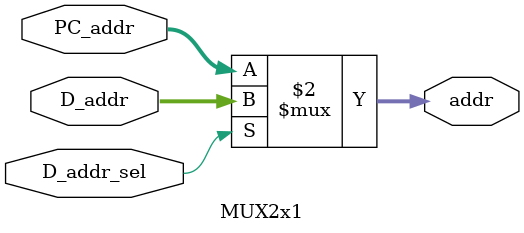
<source format=v>
`timescale 1ns / 1ps

module MUX2x1(
    input [7:0] D_addr,
    input [7:0] PC_addr,
    input D_addr_sel,
    output [7:0] addr
    );
        always@(*) begin
            $display("*2x1 MUX* OP: D_addr_sel: %d, D_addr: %d, PC_addr: %d, ", D_addr_sel, D_addr, PC_addr);
        end
        
        assign addr = D_addr_sel? D_addr : PC_addr;
        
endmodule

</source>
